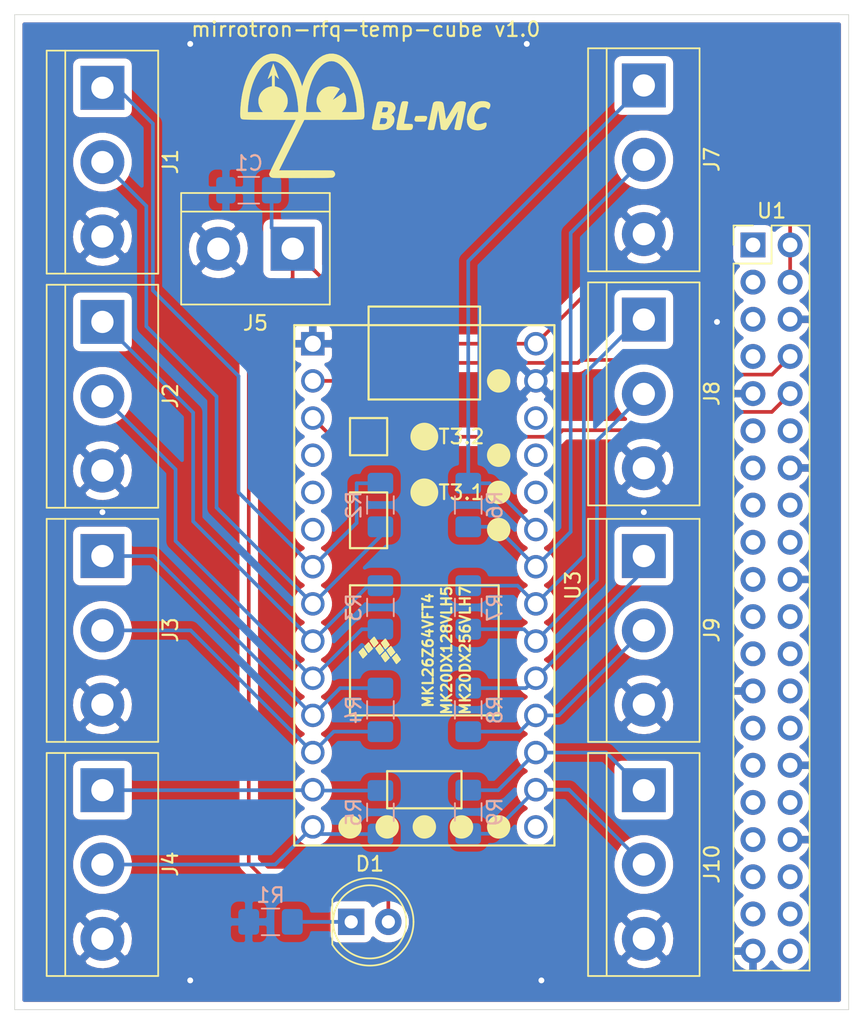
<source format=kicad_pcb>
(kicad_pcb (version 20171130) (host pcbnew 5.1.12-84ad8e8a86~92~ubuntu20.04.1)
  (layers (0 F.Cu signal) (31 B.Cu signal) (34 B.Paste user) (35 F.Paste user) (36 B.SilkS user) (37 F.SilkS user) (38 B.Mask user) (39 F.Mask user) (44 Edge.Cuts user))
  (net 0 "")
  (net 1 +5V)
  (net 2 "Net-(D1-Pad1)")
  (net 3 GND)
  (net 4 "Net-(J1-Pad2)")
  (net 5 "Net-(J1-Pad1)")
  (net 6 "Net-(J2-Pad2)")
  (net 7 "Net-(J2-Pad1)")
  (net 8 "Net-(J3-Pad2)")
  (net 9 "Net-(J3-Pad1)")
  (net 10 "Net-(J4-Pad2)")
  (net 11 "Net-(J4-Pad1)")
  (net 12 "Net-(J7-Pad2)")
  (net 13 "Net-(J7-Pad1)")
  (net 14 "Net-(J8-Pad2)")
  (net 15 "Net-(J8-Pad1)")
  (net 16 "Net-(J9-Pad2)")
  (net 17 "Net-(J9-Pad1)")
  (net 18 "Net-(J10-Pad2)")
  (net 19 "Net-(J10-Pad1)")
  (net 20 "Net-(U1-Pad40)")
  (net 21 "Net-(U1-Pad38)")
  (net 22 "Net-(U1-Pad37)")
  (net 23 "Net-(U1-Pad36)")
  (net 24 "Net-(U1-Pad35)")
  (net 25 "Net-(U1-Pad33)")
  (net 26 "Net-(U1-Pad32)")
  (net 27 "Net-(U1-Pad31)")
  (net 28 "Net-(U1-Pad29)")
  (net 29 "Net-(U1-Pad28)")
  (net 30 "Net-(U1-Pad27)")
  (net 31 "Net-(U1-Pad26)")
  (net 32 "Net-(U1-Pad24)")
  (net 33 "Net-(U1-Pad23)")
  (net 34 "Net-(U1-Pad22)")
  (net 35 "Net-(U1-Pad21)")
  (net 36 "Net-(U1-Pad19)")
  (net 37 "Net-(U1-Pad18)")
  (net 38 "Net-(U1-Pad17)")
  (net 39 "Net-(U1-Pad16)")
  (net 40 "Net-(U1-Pad15)")
  (net 41 "Net-(U1-Pad13)")
  (net 42 "Net-(U1-Pad12)")
  (net 43 "Net-(U1-Pad11)")
  (net 44 "Net-(U1-Pad10)")
  (net 45 "Net-(U1-Pad8)")
  (net 46 "Net-(U1-Pad7)")
  (net 47 "Net-(U1-Pad5)")
  (net 48 "Net-(U1-Pad3)")
  (net 49 "Net-(U1-Pad1)")
  (net 50 "Net-(U3-Pad4)")
  (net 51 "Net-(U3-Pad5)")
  (net 52 "Net-(U3-Pad6)")
  (net 53 "Net-(U3-Pad37)")
  (net 54 "Net-(U3-Pad36)")
  (net 55 "Net-(U3-Pad35)")
  (net 56 "Net-(U3-Pad34)")
  (net 57 "Net-(U3-Pad31)")
  (net 58 "Net-(U3-Pad30)")
  (net 59 "Net-(U3-Pad29)")
  (net 60 "Net-(U3-Pad15)")
  (net 61 "Net-(U3-Pad16)")
  (net 62 "Net-(U3-Pad20)")
  (net 63 "Net-(U3-Pad19)")
  (net 64 "Net-(U3-Pad18)")
  (net 65 "Net-(U3-Pad17)")
  (module Capacitor_SMD:C_1206_3216Metric_Pad1.33x1.80mm_HandSolder (layer B.Cu) (at 142 55 180)
    (fp_text reference C1 (at 0 1.85) (layer B.SilkS) (effects (justify mirror)))
    (fp_text value 1uF)
    (pad 2 smd roundrect (at 1.5625 0 180) (size 1.325 1.8) (layers B.Cu B.Paste B.Mask) (roundrect_rratio 0.188679) (net 3 GND))
    (pad 1 smd roundrect (at -1.5625 0 180) (size 1.325 1.8) (layers B.Cu B.Paste B.Mask) (roundrect_rratio 0.188679) (net 1 +5V))
  )
  (module dmcginnis427Footprints:blmcLogo (layer F.Cu) (at 150 50)
    (fp_text reference G*** hide)
    (fp_text value LOGO hide)
  )
  (module TerminalBlock:TerminalBlock_bornier-2_P5.08mm (layer F.Cu) (at 145 59 180)
    (fp_text reference J5 (at 2.54 -5.08) (layer F.SilkS))
    (fp_text value Screw_Terminal_01x02)
    (pad 2 thru_hole circle (at 5.08 0 180) (size 3 3) (drill 1.52) (layers *.Cu *.Mask) (net 3 GND))
    (pad 1 thru_hole rect (at 0 0 180) (size 3 3) (drill 1.52) (layers *.Cu *.Mask) (net 1 +5V))
  )
  (module TeensyFootprints:Teensy30_31_32_LC (layer F.Cu) (at 154 82 270)
    (fp_text reference U3 (at 0 -10.16 90) (layer F.SilkS))
    (fp_text value Teensy-LC)
    (fp_text user MK20DX128VLH5 (at 4.445 -1.524 90) (layer F.SilkS) (effects (font (size 0.7 0.7))))
    (fp_text user MKL26Z64VFT4 (at 4.445 -0.254 90) (layer F.SilkS) (effects (font (size 0.7 0.7))))
    (fp_text user MK20DX256VLH7 (at 4.445 -2.794 90) (layer F.SilkS) (effects (font (size 0.7 0.7))))
    (fp_text user T3.1 (at -6.35 -2.54) (layer F.SilkS))
    (fp_text user T3.2 (at -10.16 -2.54) (layer F.SilkS))
    (pad 52 connect circle (at -10.16 0 270) (size 1.9 1.9) (layers F.SilkS))
    (pad 52 connect circle (at -6.35 0 270) (size 1.9 1.9) (layers F.SilkS))
    (pad 1 thru_hole rect (at -16.51 7.62 270) (size 1.6 1.6) (drill 1.1) (layers *.Cu *.Mask) (net 3 GND))
    (pad 2 thru_hole circle (at -13.97 7.62 270) (size 1.6 1.6) (drill 1.1) (layers *.Cu *.Mask) (net 45 "Net-(U1-Pad8)"))
    (pad 3 thru_hole circle (at -11.43 7.62 270) (size 1.6 1.6) (drill 1.1) (layers *.Cu *.Mask) (net 44 "Net-(U1-Pad10)"))
    (pad 4 thru_hole circle (at -8.89 7.62 270) (size 1.6 1.6) (drill 1.1) (layers *.Cu *.Mask) (net 50 "Net-(U3-Pad4)"))
    (pad 5 thru_hole circle (at -6.35 7.62 270) (size 1.6 1.6) (drill 1.1) (layers *.Cu *.Mask) (net 51 "Net-(U3-Pad5)"))
    (pad 6 thru_hole circle (at -3.81 7.62 270) (size 1.6 1.6) (drill 1.1) (layers *.Cu *.Mask) (net 52 "Net-(U3-Pad6)"))
    (pad 7 thru_hole circle (at -1.27 7.62 270) (size 1.6 1.6) (drill 1.1) (layers *.Cu *.Mask) (net 5 "Net-(J1-Pad1)"))
    (pad 8 thru_hole circle (at 1.27 7.62 270) (size 1.6 1.6) (drill 1.1) (layers *.Cu *.Mask) (net 4 "Net-(J1-Pad2)"))
    (pad 9 thru_hole circle (at 3.81 7.62 270) (size 1.6 1.6) (drill 1.1) (layers *.Cu *.Mask) (net 7 "Net-(J2-Pad1)"))
    (pad 10 thru_hole circle (at 6.35 7.62 270) (size 1.6 1.6) (drill 1.1) (layers *.Cu *.Mask) (net 6 "Net-(J2-Pad2)"))
    (pad 11 thru_hole circle (at 8.89 7.62 270) (size 1.6 1.6) (drill 1.1) (layers *.Cu *.Mask) (net 9 "Net-(J3-Pad1)"))
    (pad 12 thru_hole circle (at 11.43 7.62 270) (size 1.6 1.6) (drill 1.1) (layers *.Cu *.Mask) (net 8 "Net-(J3-Pad2)"))
    (pad 13 thru_hole circle (at 13.97 7.62 270) (size 1.6 1.6) (drill 1.1) (layers *.Cu *.Mask) (net 11 "Net-(J4-Pad1)"))
    (pad 37 connect circle (at -3.81 -5.08 270) (size 1.6 1.6) (layers F.SilkS) (net 53 "Net-(U3-Pad37)"))
    (pad 36 connect circle (at -6.35 -5.08 270) (size 1.6 1.6) (layers F.SilkS) (net 54 "Net-(U3-Pad36)"))
    (pad 35 connect circle (at -8.89 -5.08 270) (size 1.6 1.6) (layers F.SilkS) (net 55 "Net-(U3-Pad35)"))
    (pad 34 connect circle (at -13.97 -5.08 270) (size 1.6 1.6) (layers F.SilkS) (net 56 "Net-(U3-Pad34)"))
    (pad 33 thru_hole circle (at -16.51 -7.62 270) (size 1.6 1.6) (drill 1.1) (layers *.Cu *.Mask) (net 1 +5V))
    (pad 32 thru_hole circle (at -13.97 -7.62 270) (size 1.6 1.6) (drill 1.1) (layers *.Cu *.Mask) (net 3 GND))
    (pad 31 thru_hole circle (at -11.43 -7.62 270) (size 1.6 1.6) (drill 1.1) (layers *.Cu *.Mask) (net 57 "Net-(U3-Pad31)"))
    (pad 30 thru_hole circle (at -8.89 -7.62 270) (size 1.6 1.6) (drill 1.1) (layers *.Cu *.Mask) (net 58 "Net-(U3-Pad30)"))
    (pad 29 thru_hole circle (at -6.35 -7.62 270) (size 1.6 1.6) (drill 1.1) (layers *.Cu *.Mask) (net 59 "Net-(U3-Pad29)"))
    (pad 28 thru_hole circle (at -3.81 -7.62 270) (size 1.6 1.6) (drill 1.1) (layers *.Cu *.Mask) (net 13 "Net-(J7-Pad1)"))
    (pad 27 thru_hole circle (at -1.27 -7.62 270) (size 1.6 1.6) (drill 1.1) (layers *.Cu *.Mask) (net 12 "Net-(J7-Pad2)"))
    (pad 26 thru_hole circle (at 1.27 -7.62 270) (size 1.6 1.6) (drill 1.1) (layers *.Cu *.Mask) (net 15 "Net-(J8-Pad1)"))
    (pad 25 thru_hole circle (at 3.81 -7.62 270) (size 1.6 1.6) (drill 1.1) (layers *.Cu *.Mask) (net 14 "Net-(J8-Pad2)"))
    (pad 24 thru_hole circle (at 6.35 -7.62 270) (size 1.6 1.6) (drill 1.1) (layers *.Cu *.Mask) (net 17 "Net-(J9-Pad1)"))
    (pad 23 thru_hole circle (at 8.89 -7.62 270) (size 1.6 1.6) (drill 1.1) (layers *.Cu *.Mask) (net 16 "Net-(J9-Pad2)"))
    (pad 22 thru_hole circle (at 11.43 -7.62 270) (size 1.6 1.6) (drill 1.1) (layers *.Cu *.Mask) (net 19 "Net-(J10-Pad1)"))
    (pad 21 thru_hole circle (at 13.97 -7.62 270) (size 1.6 1.6) (drill 1.1) (layers *.Cu *.Mask) (net 18 "Net-(J10-Pad2)"))
    (pad 14 thru_hole circle (at 16.51 7.62 270) (size 1.6 1.6) (drill 1.1) (layers *.Cu *.Mask) (net 10 "Net-(J4-Pad2)"))
    (pad 15 connect circle (at 16.51 5.08 270) (size 1.6 1.6) (layers F.SilkS) (net 60 "Net-(U3-Pad15)"))
    (pad 16 connect circle (at 16.51 2.54 270) (size 1.6 1.6) (layers F.SilkS) (net 61 "Net-(U3-Pad16)"))
    (pad 20 thru_hole circle (at 16.51 -7.62 270) (size 1.6 1.6) (drill 1.1) (layers *.Cu *.Mask) (net 62 "Net-(U3-Pad20)"))
    (pad 19 connect circle (at 16.51 -5.08 270) (size 1.6 1.6) (layers F.SilkS) (net 63 "Net-(U3-Pad19)"))
    (pad 18 connect circle (at 16.51 -2.54 270) (size 1.6 1.6) (layers F.SilkS) (net 64 "Net-(U3-Pad18)"))
    (pad 17 connect circle (at 16.51 0 270) (size 1.6 1.6) (layers F.SilkS) (net 65 "Net-(U3-Pad17)"))
  )
  (module Connector_PinHeader_2.54mm:PinHeader_2x20_P2.54mm_Vertical (layer F.Cu) (at 176.46 58.74)
    (fp_text reference U1 (at 1.27 -2.33) (layer F.SilkS))
    (fp_text value RPIHeader)
    (pad 40 thru_hole oval (at 2.54 48.26) (size 1.7 1.7) (drill 1) (layers *.Cu *.Mask) (net 20 "Net-(U1-Pad40)"))
    (pad 39 thru_hole oval (at 0 48.26) (size 1.7 1.7) (drill 1) (layers *.Cu *.Mask) (net 3 GND))
    (pad 38 thru_hole oval (at 2.54 45.72) (size 1.7 1.7) (drill 1) (layers *.Cu *.Mask) (net 21 "Net-(U1-Pad38)"))
    (pad 37 thru_hole oval (at 0 45.72) (size 1.7 1.7) (drill 1) (layers *.Cu *.Mask) (net 22 "Net-(U1-Pad37)"))
    (pad 36 thru_hole oval (at 2.54 43.18) (size 1.7 1.7) (drill 1) (layers *.Cu *.Mask) (net 23 "Net-(U1-Pad36)"))
    (pad 35 thru_hole oval (at 0 43.18) (size 1.7 1.7) (drill 1) (layers *.Cu *.Mask) (net 24 "Net-(U1-Pad35)"))
    (pad 34 thru_hole oval (at 2.54 40.64) (size 1.7 1.7) (drill 1) (layers *.Cu *.Mask) (net 3 GND))
    (pad 33 thru_hole oval (at 0 40.64) (size 1.7 1.7) (drill 1) (layers *.Cu *.Mask) (net 25 "Net-(U1-Pad33)"))
    (pad 32 thru_hole oval (at 2.54 38.1) (size 1.7 1.7) (drill 1) (layers *.Cu *.Mask) (net 26 "Net-(U1-Pad32)"))
    (pad 31 thru_hole oval (at 0 38.1) (size 1.7 1.7) (drill 1) (layers *.Cu *.Mask) (net 27 "Net-(U1-Pad31)"))
    (pad 30 thru_hole oval (at 2.54 35.56) (size 1.7 1.7) (drill 1) (layers *.Cu *.Mask) (net 3 GND))
    (pad 29 thru_hole oval (at 0 35.56) (size 1.7 1.7) (drill 1) (layers *.Cu *.Mask) (net 28 "Net-(U1-Pad29)"))
    (pad 28 thru_hole oval (at 2.54 33.02) (size 1.7 1.7) (drill 1) (layers *.Cu *.Mask) (net 29 "Net-(U1-Pad28)"))
    (pad 27 thru_hole oval (at 0 33.02) (size 1.7 1.7) (drill 1) (layers *.Cu *.Mask) (net 30 "Net-(U1-Pad27)"))
    (pad 26 thru_hole oval (at 2.54 30.48) (size 1.7 1.7) (drill 1) (layers *.Cu *.Mask) (net 31 "Net-(U1-Pad26)"))
    (pad 25 thru_hole oval (at 0 30.48) (size 1.7 1.7) (drill 1) (layers *.Cu *.Mask) (net 3 GND))
    (pad 24 thru_hole oval (at 2.54 27.94) (size 1.7 1.7) (drill 1) (layers *.Cu *.Mask) (net 32 "Net-(U1-Pad24)"))
    (pad 23 thru_hole oval (at 0 27.94) (size 1.7 1.7) (drill 1) (layers *.Cu *.Mask) (net 33 "Net-(U1-Pad23)"))
    (pad 22 thru_hole oval (at 2.54 25.4) (size 1.7 1.7) (drill 1) (layers *.Cu *.Mask) (net 34 "Net-(U1-Pad22)"))
    (pad 21 thru_hole oval (at 0 25.4) (size 1.7 1.7) (drill 1) (layers *.Cu *.Mask) (net 35 "Net-(U1-Pad21)"))
    (pad 20 thru_hole oval (at 2.54 22.86) (size 1.7 1.7) (drill 1) (layers *.Cu *.Mask) (net 3 GND))
    (pad 19 thru_hole oval (at 0 22.86) (size 1.7 1.7) (drill 1) (layers *.Cu *.Mask) (net 36 "Net-(U1-Pad19)"))
    (pad 18 thru_hole oval (at 2.54 20.32) (size 1.7 1.7) (drill 1) (layers *.Cu *.Mask) (net 37 "Net-(U1-Pad18)"))
    (pad 17 thru_hole oval (at 0 20.32) (size 1.7 1.7) (drill 1) (layers *.Cu *.Mask) (net 38 "Net-(U1-Pad17)"))
    (pad 16 thru_hole oval (at 2.54 17.78) (size 1.7 1.7) (drill 1) (layers *.Cu *.Mask) (net 39 "Net-(U1-Pad16)"))
    (pad 15 thru_hole oval (at 0 17.78) (size 1.7 1.7) (drill 1) (layers *.Cu *.Mask) (net 40 "Net-(U1-Pad15)"))
    (pad 14 thru_hole oval (at 2.54 15.24) (size 1.7 1.7) (drill 1) (layers *.Cu *.Mask) (net 3 GND))
    (pad 13 thru_hole oval (at 0 15.24) (size 1.7 1.7) (drill 1) (layers *.Cu *.Mask) (net 41 "Net-(U1-Pad13)"))
    (pad 12 thru_hole oval (at 2.54 12.7) (size 1.7 1.7) (drill 1) (layers *.Cu *.Mask) (net 42 "Net-(U1-Pad12)"))
    (pad 11 thru_hole oval (at 0 12.7) (size 1.7 1.7) (drill 1) (layers *.Cu *.Mask) (net 43 "Net-(U1-Pad11)"))
    (pad 10 thru_hole oval (at 2.54 10.16) (size 1.7 1.7) (drill 1) (layers *.Cu *.Mask) (net 44 "Net-(U1-Pad10)"))
    (pad 9 thru_hole oval (at 0 10.16) (size 1.7 1.7) (drill 1) (layers *.Cu *.Mask) (net 3 GND))
    (pad 8 thru_hole oval (at 2.54 7.62) (size 1.7 1.7) (drill 1) (layers *.Cu *.Mask) (net 45 "Net-(U1-Pad8)"))
    (pad 7 thru_hole oval (at 0 7.62) (size 1.7 1.7) (drill 1) (layers *.Cu *.Mask) (net 46 "Net-(U1-Pad7)"))
    (pad 6 thru_hole oval (at 2.54 5.08) (size 1.7 1.7) (drill 1) (layers *.Cu *.Mask) (net 3 GND))
    (pad 5 thru_hole oval (at 0 5.08) (size 1.7 1.7) (drill 1) (layers *.Cu *.Mask) (net 47 "Net-(U1-Pad5)"))
    (pad 4 thru_hole oval (at 2.54 2.54) (size 1.7 1.7) (drill 1) (layers *.Cu *.Mask) (net 1 +5V))
    (pad 3 thru_hole oval (at 0 2.54) (size 1.7 1.7) (drill 1) (layers *.Cu *.Mask) (net 48 "Net-(U1-Pad3)"))
    (pad 2 thru_hole oval (at 2.54 0) (size 1.7 1.7) (drill 1) (layers *.Cu *.Mask) (net 1 +5V))
    (pad 1 thru_hole rect (at 0 0) (size 1.7 1.7) (drill 1) (layers *.Cu *.Mask) (net 49 "Net-(U1-Pad1)"))
  )
  (module Resistor_SMD:R_1206_3216Metric_Pad1.42x1.75mm_HandSolder (layer B.Cu) (at 157 97.4875 90)
    (fp_text reference R9 (at 0 1.82 90) (layer B.SilkS) (effects (justify mirror)))
    (fp_text value 10k)
    (pad 2 smd roundrect (at 1.4875 0 90) (size 1.425 1.75) (layers B.Cu B.Paste B.Mask) (roundrect_rratio 0.175439) (net 19 "Net-(J10-Pad1)"))
    (pad 1 smd roundrect (at -1.4875 0 90) (size 1.425 1.75) (layers B.Cu B.Paste B.Mask) (roundrect_rratio 0.175439) (net 18 "Net-(J10-Pad2)"))
  )
  (module Resistor_SMD:R_1206_3216Metric_Pad1.42x1.75mm_HandSolder (layer B.Cu) (at 157 90.5125 90)
    (fp_text reference R8 (at 0 1.82 90) (layer B.SilkS) (effects (justify mirror)))
    (fp_text value 10k)
    (pad 2 smd roundrect (at 1.4875 0 90) (size 1.425 1.75) (layers B.Cu B.Paste B.Mask) (roundrect_rratio 0.175439) (net 17 "Net-(J9-Pad1)"))
    (pad 1 smd roundrect (at -1.4875 0 90) (size 1.425 1.75) (layers B.Cu B.Paste B.Mask) (roundrect_rratio 0.175439) (net 16 "Net-(J9-Pad2)"))
  )
  (module Resistor_SMD:R_1206_3216Metric_Pad1.42x1.75mm_HandSolder (layer B.Cu) (at 157 83.5125 90)
    (fp_text reference R7 (at 0 1.82 90) (layer B.SilkS) (effects (justify mirror)))
    (fp_text value 10k)
    (pad 2 smd roundrect (at 1.4875 0 90) (size 1.425 1.75) (layers B.Cu B.Paste B.Mask) (roundrect_rratio 0.175439) (net 15 "Net-(J8-Pad1)"))
    (pad 1 smd roundrect (at -1.4875 0 90) (size 1.425 1.75) (layers B.Cu B.Paste B.Mask) (roundrect_rratio 0.175439) (net 14 "Net-(J8-Pad2)"))
  )
  (module Resistor_SMD:R_1206_3216Metric_Pad1.42x1.75mm_HandSolder (layer B.Cu) (at 157 76.5125 90)
    (fp_text reference R6 (at 0 1.82 90) (layer B.SilkS) (effects (justify mirror)))
    (fp_text value 10k)
    (pad 2 smd roundrect (at 1.4875 0 90) (size 1.425 1.75) (layers B.Cu B.Paste B.Mask) (roundrect_rratio 0.175439) (net 13 "Net-(J7-Pad1)"))
    (pad 1 smd roundrect (at -1.4875 0 90) (size 1.425 1.75) (layers B.Cu B.Paste B.Mask) (roundrect_rratio 0.175439) (net 12 "Net-(J7-Pad2)"))
  )
  (module Resistor_SMD:R_1206_3216Metric_Pad1.42x1.75mm_HandSolder (layer B.Cu) (at 151 97.5125 270)
    (fp_text reference R5 (at 0 1.82 90) (layer B.SilkS) (effects (justify mirror)))
    (fp_text value 10k)
    (pad 2 smd roundrect (at 1.4875 0 270) (size 1.425 1.75) (layers B.Cu B.Paste B.Mask) (roundrect_rratio 0.175439) (net 10 "Net-(J4-Pad2)"))
    (pad 1 smd roundrect (at -1.4875 0 270) (size 1.425 1.75) (layers B.Cu B.Paste B.Mask) (roundrect_rratio 0.175439) (net 11 "Net-(J4-Pad1)"))
  )
  (module Resistor_SMD:R_1206_3216Metric_Pad1.42x1.75mm_HandSolder (layer B.Cu) (at 151 90.5125 270)
    (fp_text reference R4 (at 0 1.82 90) (layer B.SilkS) (effects (justify mirror)))
    (fp_text value 10k)
    (pad 2 smd roundrect (at 1.4875 0 270) (size 1.425 1.75) (layers B.Cu B.Paste B.Mask) (roundrect_rratio 0.175439) (net 8 "Net-(J3-Pad2)"))
    (pad 1 smd roundrect (at -1.4875 0 270) (size 1.425 1.75) (layers B.Cu B.Paste B.Mask) (roundrect_rratio 0.175439) (net 9 "Net-(J3-Pad1)"))
  )
  (module Resistor_SMD:R_1206_3216Metric_Pad1.42x1.75mm_HandSolder (layer B.Cu) (at 151 83.5125 270)
    (fp_text reference R3 (at 0 1.82 90) (layer B.SilkS) (effects (justify mirror)))
    (fp_text value 10k)
    (pad 2 smd roundrect (at 1.4875 0 270) (size 1.425 1.75) (layers B.Cu B.Paste B.Mask) (roundrect_rratio 0.175439) (net 6 "Net-(J2-Pad2)"))
    (pad 1 smd roundrect (at -1.4875 0 270) (size 1.425 1.75) (layers B.Cu B.Paste B.Mask) (roundrect_rratio 0.175439) (net 7 "Net-(J2-Pad1)"))
  )
  (module Resistor_SMD:R_1206_3216Metric_Pad1.42x1.75mm_HandSolder (layer B.Cu) (at 151 76.5125 270)
    (fp_text reference R2 (at 0 1.82 90) (layer B.SilkS) (effects (justify mirror)))
    (fp_text value 10k)
    (pad 2 smd roundrect (at 1.4875 0 270) (size 1.425 1.75) (layers B.Cu B.Paste B.Mask) (roundrect_rratio 0.175439) (net 4 "Net-(J1-Pad2)"))
    (pad 1 smd roundrect (at -1.4875 0 270) (size 1.425 1.75) (layers B.Cu B.Paste B.Mask) (roundrect_rratio 0.175439) (net 5 "Net-(J1-Pad1)"))
  )
  (module Resistor_SMD:R_1206_3216Metric_Pad1.42x1.75mm_HandSolder (layer B.Cu) (at 143.4875 105 180)
    (fp_text reference R1 (at 0 1.82) (layer B.SilkS) (effects (justify mirror)))
    (fp_text value 220)
    (pad 2 smd roundrect (at 1.4875 0 180) (size 1.425 1.75) (layers B.Cu B.Paste B.Mask) (roundrect_rratio 0.175439) (net 3 GND))
    (pad 1 smd roundrect (at -1.4875 0 180) (size 1.425 1.75) (layers B.Cu B.Paste B.Mask) (roundrect_rratio 0.175439) (net 2 "Net-(D1-Pad1)"))
  )
  (module TerminalBlock:TerminalBlock_bornier-3_P5.08mm (layer F.Cu) (at 169 96 270)
    (fp_text reference J10 (at 5.05 -4.65 90) (layer F.SilkS))
    (fp_text value Screw_Terminal_01x03)
    (pad 3 thru_hole circle (at 10.16 0 270) (size 3 3) (drill 1.52) (layers *.Cu *.Mask) (net 3 GND))
    (pad 2 thru_hole circle (at 5.08 0 270) (size 3 3) (drill 1.52) (layers *.Cu *.Mask) (net 18 "Net-(J10-Pad2)"))
    (pad 1 thru_hole rect (at 0 0 270) (size 3 3) (drill 1.52) (layers *.Cu *.Mask) (net 19 "Net-(J10-Pad1)"))
  )
  (module TerminalBlock:TerminalBlock_bornier-3_P5.08mm (layer F.Cu) (at 169 80 270)
    (fp_text reference J9 (at 5.05 -4.65 90) (layer F.SilkS))
    (fp_text value Screw_Terminal_01x03)
    (pad 3 thru_hole circle (at 10.16 0 270) (size 3 3) (drill 1.52) (layers *.Cu *.Mask) (net 3 GND))
    (pad 2 thru_hole circle (at 5.08 0 270) (size 3 3) (drill 1.52) (layers *.Cu *.Mask) (net 16 "Net-(J9-Pad2)"))
    (pad 1 thru_hole rect (at 0 0 270) (size 3 3) (drill 1.52) (layers *.Cu *.Mask) (net 17 "Net-(J9-Pad1)"))
  )
  (module TerminalBlock:TerminalBlock_bornier-3_P5.08mm (layer F.Cu) (at 169 63.84 270)
    (fp_text reference J8 (at 5.05 -4.65 90) (layer F.SilkS))
    (fp_text value Screw_Terminal_01x03)
    (pad 3 thru_hole circle (at 10.16 0 270) (size 3 3) (drill 1.52) (layers *.Cu *.Mask) (net 3 GND))
    (pad 2 thru_hole circle (at 5.08 0 270) (size 3 3) (drill 1.52) (layers *.Cu *.Mask) (net 14 "Net-(J8-Pad2)"))
    (pad 1 thru_hole rect (at 0 0 270) (size 3 3) (drill 1.52) (layers *.Cu *.Mask) (net 15 "Net-(J8-Pad1)"))
  )
  (module TerminalBlock:TerminalBlock_bornier-3_P5.08mm (layer F.Cu) (at 169 47.84 270)
    (fp_text reference J7 (at 5.05 -4.65 90) (layer F.SilkS))
    (fp_text value Screw_Terminal_01x03)
    (pad 3 thru_hole circle (at 10.16 0 270) (size 3 3) (drill 1.52) (layers *.Cu *.Mask) (net 3 GND))
    (pad 2 thru_hole circle (at 5.08 0 270) (size 3 3) (drill 1.52) (layers *.Cu *.Mask) (net 12 "Net-(J7-Pad2)"))
    (pad 1 thru_hole rect (at 0 0 270) (size 3 3) (drill 1.52) (layers *.Cu *.Mask) (net 13 "Net-(J7-Pad1)"))
  )
  (module TerminalBlock:TerminalBlock_bornier-3_P5.08mm (layer F.Cu) (at 132 96 270)
    (fp_text reference J4 (at 5.05 -4.65 90) (layer F.SilkS))
    (fp_text value Screw_Terminal_01x03)
    (pad 3 thru_hole circle (at 10.16 0 270) (size 3 3) (drill 1.52) (layers *.Cu *.Mask) (net 3 GND))
    (pad 2 thru_hole circle (at 5.08 0 270) (size 3 3) (drill 1.52) (layers *.Cu *.Mask) (net 10 "Net-(J4-Pad2)"))
    (pad 1 thru_hole rect (at 0 0 270) (size 3 3) (drill 1.52) (layers *.Cu *.Mask) (net 11 "Net-(J4-Pad1)"))
  )
  (module TerminalBlock:TerminalBlock_bornier-3_P5.08mm (layer F.Cu) (at 132 80 270)
    (fp_text reference J3 (at 5.05 -4.65 90) (layer F.SilkS))
    (fp_text value Screw_Terminal_01x03)
    (pad 3 thru_hole circle (at 10.16 0 270) (size 3 3) (drill 1.52) (layers *.Cu *.Mask) (net 3 GND))
    (pad 2 thru_hole circle (at 5.08 0 270) (size 3 3) (drill 1.52) (layers *.Cu *.Mask) (net 8 "Net-(J3-Pad2)"))
    (pad 1 thru_hole rect (at 0 0 270) (size 3 3) (drill 1.52) (layers *.Cu *.Mask) (net 9 "Net-(J3-Pad1)"))
  )
  (module TerminalBlock:TerminalBlock_bornier-3_P5.08mm (layer F.Cu) (at 132 64 270)
    (fp_text reference J2 (at 5.05 -4.65 90) (layer F.SilkS))
    (fp_text value Screw_Terminal_01x03)
    (pad 3 thru_hole circle (at 10.16 0 270) (size 3 3) (drill 1.52) (layers *.Cu *.Mask) (net 3 GND))
    (pad 2 thru_hole circle (at 5.08 0 270) (size 3 3) (drill 1.52) (layers *.Cu *.Mask) (net 6 "Net-(J2-Pad2)"))
    (pad 1 thru_hole rect (at 0 0 270) (size 3 3) (drill 1.52) (layers *.Cu *.Mask) (net 7 "Net-(J2-Pad1)"))
  )
  (module TerminalBlock:TerminalBlock_bornier-3_P5.08mm (layer F.Cu) (at 132 48 270)
    (fp_text reference J1 (at 5.05 -4.65 90) (layer F.SilkS))
    (fp_text value Screw_Terminal_01x03)
    (pad 3 thru_hole circle (at 10.16 0 270) (size 3 3) (drill 1.52) (layers *.Cu *.Mask) (net 3 GND))
    (pad 2 thru_hole circle (at 5.08 0 270) (size 3 3) (drill 1.52) (layers *.Cu *.Mask) (net 4 "Net-(J1-Pad2)"))
    (pad 1 thru_hole rect (at 0 0 270) (size 3 3) (drill 1.52) (layers *.Cu *.Mask) (net 5 "Net-(J1-Pad1)"))
  )
  (module LED_THT:LED_D5.0mm (layer F.Cu) (at 149 105)
    (fp_text reference D1 (at 1.27 -3.96) (layer F.SilkS))
    (fp_text value GREEN)
    (pad 2 thru_hole circle (at 2.54 0) (size 1.8 1.8) (drill 0.9) (layers *.Cu *.Mask) (net 1 +5V))
    (pad 1 thru_hole rect (at 0 0) (size 1.8 1.8) (drill 0.9) (layers *.Cu *.Mask) (net 2 "Net-(D1-Pad1)"))
  )
  (gr_text "mirrotron-rfq-temp-cube v1.0" (at 150 44) (layer F.SilkS) (effects (font (size 1 1))))
  (gr_line (start 126 111) (end 126 43) (layer Edge.Cuts) (width 0.05))
  (gr_line (start 183 111) (end 126 111) (layer Edge.Cuts) (width 0.05))
  (gr_line (start 183 43) (end 183 111) (layer Edge.Cuts) (width 0.05))
  (gr_line (start 126 43) (end 183 43) (layer Edge.Cuts) (width 0.05))
  (segment (start 151.49 65.49) (end 145 59) (width 0.25) (layer F.Cu) (net 1))
  (segment (start 161.62 65.49) (end 151.49 65.49) (width 0.25) (layer F.Cu) (net 1))
  (segment (start 179 61.28) (end 179 58.74) (width 0.25) (layer F.Cu) (net 1))
  (segment (start 179 58.74) (end 179 56) (width 0.25) (layer F.Cu) (net 1))
  (segment (start 179 56) (end 178.3 55.3) (width 0.25) (layer F.Cu) (net 1))
  (segment (start 178.3 55.3) (end 174.8 55.3) (width 0.25) (layer F.Cu) (net 1))
  (segment (start 174.8 55.3) (end 173.8 56.3) (width 0.25) (layer F.Cu) (net 1))
  (segment (start 173.8 56.3) (end 173.8 59.6) (width 0.25) (layer F.Cu) (net 1))
  (segment (start 173.8 59.6) (end 172.3 61.1) (width 0.25) (layer F.Cu) (net 1))
  (segment (start 166.01 61.1) (end 161.62 65.49) (width 0.25) (layer F.Cu) (net 1))
  (segment (start 172.3 61.1) (end 166.01 61.1) (width 0.25) (layer F.Cu) (net 1))
  (segment (start 143 102) (end 150 102) (width 0.25) (layer F.Cu) (net 1))
  (segment (start 151.54 103.54) (end 151.54 105) (width 0.25) (layer F.Cu) (net 1))
  (segment (start 142 101) (end 143 102) (width 0.25) (layer F.Cu) (net 1))
  (segment (start 142 64) (end 142 101) (width 0.25) (layer F.Cu) (net 1))
  (segment (start 150 102) (end 151.54 103.54) (width 0.25) (layer F.Cu) (net 1))
  (segment (start 145 61) (end 142 64) (width 0.25) (layer F.Cu) (net 1))
  (segment (start 145 59) (end 145 61) (width 0.25) (layer F.Cu) (net 1))
  (segment (start 143.5625 57.5625) (end 145 59) (width 0.25) (layer B.Cu) (net 1))
  (segment (start 143.5625 55) (end 143.5625 57.5625) (width 0.25) (layer B.Cu) (net 1))
  (segment (start 149 105) (end 144.975 105) (width 0.25) (layer B.Cu) (net 2))
  (via (at 138 45) (size 0.8) (drill 0.4) (layers F.Cu B.Cu) (net 3))
  (via (at 138 109) (size 0.8) (drill 0.4) (layers F.Cu B.Cu) (net 3))
  (via (at 162 109) (size 0.8) (drill 0.4) (layers F.Cu B.Cu) (net 3))
  (via (at 161 45) (size 0.8) (drill 0.4) (layers F.Cu B.Cu) (net 3))
  (via (at 174 64) (size 0.8) (drill 0.4) (layers F.Cu B.Cu) (net 3))
  (via (at 132 77) (size 0.8) (drill 0.4) (layers F.Cu B.Cu) (net 3))
  (via (at 169 77) (size 0.8) (drill 0.4) (layers F.Cu B.Cu) (net 3))
  (segment (start 151 78.65) (end 146.38 83.27) (width 0.25) (layer B.Cu) (net 4))
  (segment (start 151 78) (end 151 78.65) (width 0.25) (layer B.Cu) (net 4))
  (segment (start 146.38 83.27) (end 139.8 76.69) (width 0.25) (layer B.Cu) (net 4))
  (segment (start 139.8 76.69) (end 139.8 69.1) (width 0.25) (layer B.Cu) (net 4))
  (segment (start 139.8 69.1) (end 135 64.3) (width 0.25) (layer B.Cu) (net 4))
  (segment (start 135 56.08) (end 132 53.08) (width 0.25) (layer B.Cu) (net 4))
  (segment (start 135 64.3) (end 135 56.08) (width 0.25) (layer B.Cu) (net 4))
  (segment (start 151 75.025) (end 149.375 75.025) (width 0.25) (layer B.Cu) (net 5))
  (segment (start 149.375 77.735) (end 146.38 80.73) (width 0.25) (layer B.Cu) (net 5))
  (segment (start 149.375 75.025) (end 149.375 77.735) (width 0.25) (layer B.Cu) (net 5))
  (segment (start 146.38 80.73) (end 141.3 75.65) (width 0.25) (layer B.Cu) (net 5))
  (segment (start 141.3 75.65) (end 141.3 67.7) (width 0.25) (layer B.Cu) (net 5))
  (segment (start 135.45001 61.85001) (end 135.45001 50.45001) (width 0.25) (layer B.Cu) (net 5))
  (segment (start 141.3 67.7) (end 135.45001 61.85001) (width 0.25) (layer B.Cu) (net 5))
  (segment (start 133 48) (end 132 48) (width 0.25) (layer B.Cu) (net 5))
  (segment (start 135.45001 50.45001) (end 133 48) (width 0.25) (layer B.Cu) (net 5))
  (segment (start 149.73 85) (end 146.38 88.35) (width 0.25) (layer B.Cu) (net 6))
  (segment (start 151 85) (end 149.73 85) (width 0.25) (layer B.Cu) (net 6))
  (segment (start 146.38 88.35) (end 137 78.97) (width 0.25) (layer B.Cu) (net 6))
  (segment (start 137 74.08) (end 132 69.08) (width 0.25) (layer B.Cu) (net 6))
  (segment (start 137 78.97) (end 137 74.08) (width 0.25) (layer B.Cu) (net 6))
  (segment (start 150.165 82.025) (end 146.38 85.81) (width 0.25) (layer B.Cu) (net 7))
  (segment (start 151 82.025) (end 150.165 82.025) (width 0.25) (layer B.Cu) (net 7))
  (segment (start 146.38 85.81) (end 138.2 77.63) (width 0.25) (layer B.Cu) (net 7))
  (segment (start 138.2 70.2) (end 132 64) (width 0.25) (layer B.Cu) (net 7))
  (segment (start 138.2 77.63) (end 138.2 70.2) (width 0.25) (layer B.Cu) (net 7))
  (segment (start 147.81 92) (end 146.38 93.43) (width 0.25) (layer B.Cu) (net 8))
  (segment (start 151 92) (end 147.81 92) (width 0.25) (layer B.Cu) (net 8))
  (segment (start 138.03 85.08) (end 146.38 93.43) (width 0.25) (layer B.Cu) (net 8))
  (segment (start 132 85.08) (end 138.03 85.08) (width 0.25) (layer B.Cu) (net 8))
  (segment (start 148.245 89.025) (end 146.38 90.89) (width 0.25) (layer B.Cu) (net 9))
  (segment (start 151 89.025) (end 148.245 89.025) (width 0.25) (layer B.Cu) (net 9))
  (segment (start 135.49 80) (end 146.38 90.89) (width 0.25) (layer B.Cu) (net 9))
  (segment (start 132 80) (end 135.49 80) (width 0.25) (layer B.Cu) (net 9))
  (segment (start 146.87 99) (end 146.38 98.51) (width 0.25) (layer B.Cu) (net 10))
  (segment (start 151 99) (end 146.87 99) (width 0.25) (layer B.Cu) (net 10))
  (segment (start 143.81 101.08) (end 146.38 98.51) (width 0.25) (layer B.Cu) (net 10))
  (segment (start 132 101.08) (end 143.81 101.08) (width 0.25) (layer B.Cu) (net 10))
  (segment (start 146.435 96.025) (end 146.38 95.97) (width 0.25) (layer B.Cu) (net 11))
  (segment (start 151 96.025) (end 146.435 96.025) (width 0.25) (layer B.Cu) (net 11))
  (segment (start 146.35 96) (end 146.38 95.97) (width 0.25) (layer B.Cu) (net 11))
  (segment (start 132 96) (end 146.35 96) (width 0.25) (layer B.Cu) (net 11))
  (segment (start 158.89 78) (end 161.62 80.73) (width 0.25) (layer B.Cu) (net 12))
  (segment (start 157 78) (end 158.89 78) (width 0.25) (layer B.Cu) (net 12))
  (segment (start 161.62 80.73) (end 164 78.35) (width 0.25) (layer B.Cu) (net 12))
  (segment (start 164 57.92) (end 169 52.92) (width 0.25) (layer B.Cu) (net 12))
  (segment (start 164 78.35) (end 164 57.92) (width 0.25) (layer B.Cu) (net 12))
  (segment (start 158.455 75.025) (end 161.62 78.19) (width 0.25) (layer B.Cu) (net 13))
  (segment (start 157 75.025) (end 158.455 75.025) (width 0.25) (layer B.Cu) (net 13))
  (segment (start 157 59.84) (end 169 47.84) (width 0.25) (layer B.Cu) (net 13))
  (segment (start 157 75.025) (end 157 59.84) (width 0.25) (layer B.Cu) (net 13))
  (segment (start 160.81 85) (end 161.62 85.81) (width 0.25) (layer B.Cu) (net 14))
  (segment (start 157 85) (end 160.81 85) (width 0.25) (layer B.Cu) (net 14))
  (segment (start 161.62 85.81) (end 165.8 81.63) (width 0.25) (layer B.Cu) (net 14))
  (segment (start 165.8 72.12) (end 169 68.92) (width 0.25) (layer B.Cu) (net 14))
  (segment (start 165.8 81.63) (end 165.8 72.12) (width 0.25) (layer B.Cu) (net 14))
  (segment (start 160.375 82.025) (end 161.62 83.27) (width 0.25) (layer B.Cu) (net 15))
  (segment (start 157 82.025) (end 160.375 82.025) (width 0.25) (layer B.Cu) (net 15))
  (segment (start 161.62 83.27) (end 164.9 79.99) (width 0.25) (layer B.Cu) (net 15))
  (segment (start 164.9 79.99) (end 164.9 67.6) (width 0.25) (layer B.Cu) (net 15))
  (segment (start 168.66 63.84) (end 169 63.84) (width 0.25) (layer B.Cu) (net 15))
  (segment (start 164.9 67.6) (end 168.66 63.84) (width 0.25) (layer B.Cu) (net 15))
  (segment (start 160.51 92) (end 161.62 90.89) (width 0.25) (layer B.Cu) (net 16))
  (segment (start 157 92) (end 160.51 92) (width 0.25) (layer B.Cu) (net 16))
  (segment (start 163.19 90.89) (end 169 85.08) (width 0.25) (layer B.Cu) (net 16))
  (segment (start 161.62 90.89) (end 163.19 90.89) (width 0.25) (layer B.Cu) (net 16))
  (segment (start 160.945 89.025) (end 161.62 88.35) (width 0.25) (layer B.Cu) (net 17))
  (segment (start 157 89.025) (end 160.945 89.025) (width 0.25) (layer B.Cu) (net 17))
  (segment (start 169 80.97) (end 169 80) (width 0.25) (layer B.Cu) (net 17))
  (segment (start 161.62 88.35) (end 169 80.97) (width 0.25) (layer B.Cu) (net 17))
  (segment (start 158.615 98.975) (end 161.62 95.97) (width 0.25) (layer B.Cu) (net 18))
  (segment (start 157 98.975) (end 158.615 98.975) (width 0.25) (layer B.Cu) (net 18))
  (segment (start 163.89 95.97) (end 169 101.08) (width 0.25) (layer B.Cu) (net 18))
  (segment (start 161.62 95.97) (end 163.89 95.97) (width 0.25) (layer B.Cu) (net 18))
  (segment (start 159.05 96) (end 161.62 93.43) (width 0.25) (layer B.Cu) (net 19))
  (segment (start 157 96) (end 159.05 96) (width 0.25) (layer B.Cu) (net 19))
  (segment (start 166.43 93.43) (end 169 96) (width 0.25) (layer B.Cu) (net 19))
  (segment (start 161.62 93.43) (end 166.43 93.43) (width 0.25) (layer B.Cu) (net 19))
  (segment (start 179 68.9) (end 177.75 70.15) (width 0.25) (layer F.Cu) (net 44))
  (segment (start 177.75 70.15) (end 171.45 70.15) (width 0.25) (layer F.Cu) (net 44))
  (segment (start 171.45 70.15) (end 170.2 71.4) (width 0.25) (layer F.Cu) (net 44))
  (segment (start 170.2 71.4) (end 163.45 71.4) (width 0.25) (layer F.Cu) (net 44))
  (segment (start 163.45 71.4) (end 163 71.85) (width 0.25) (layer F.Cu) (net 44))
  (segment (start 147.66 71.85) (end 146.38 70.57) (width 0.25) (layer F.Cu) (net 44))
  (segment (start 163 71.85) (end 147.66 71.85) (width 0.25) (layer F.Cu) (net 44))
  (segment (start 179 66.36) (end 177.76 67.6) (width 0.25) (layer F.Cu) (net 45))
  (segment (start 177.76 67.6) (end 171.6 67.6) (width 0.25) (layer F.Cu) (net 45))
  (segment (start 171.6 67.6) (end 170.6 66.6) (width 0.25) (layer F.Cu) (net 45))
  (segment (start 170.6 66.6) (end 164.7 66.6) (width 0.25) (layer F.Cu) (net 45))
  (segment (start 164.7 66.6) (end 164.5 66.8) (width 0.25) (layer F.Cu) (net 45))
  (segment (start 164.5 66.8) (end 150.3 66.8) (width 0.25) (layer F.Cu) (net 45))
  (segment (start 149.07 68.03) (end 146.38 68.03) (width 0.25) (layer F.Cu) (net 45))
  (segment (start 150.3 66.8) (end 149.07 68.03) (width 0.25) (layer F.Cu) (net 45))
  (zone (net 3) (net_name GND) (layer F.Cu) (connect_pads (clearance 0.508)) (min_thickness 0.254) (fill yes (arc_segments 32) (thermal_gap 0.508) (thermal_bridge_width 0.508))
    (polygon (pts (xy 184 112) (xy 125 112) (xy 125 42) (xy 184 42)))
  )
  (zone (net 3) (net_name GND) (layer B.Cu) (connect_pads (clearance 0.508)) (min_thickness 0.254) (fill yes (arc_segments 32) (thermal_gap 0.508) (thermal_bridge_width 0.508))
    (polygon (pts (xy 184 112) (xy 125 112) (xy 125 42) (xy 184 42)))
  )
)
</source>
